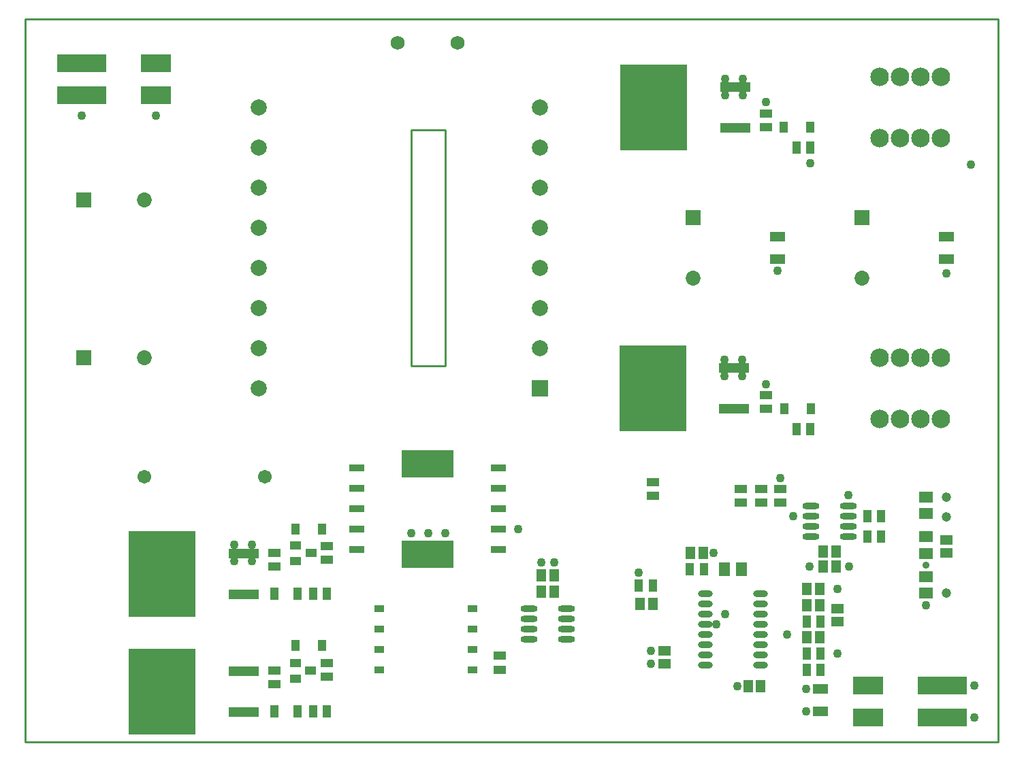
<source format=gts>
G04*
G04 #@! TF.GenerationSoftware,Altium Limited,Altium Designer,18.1.7 (191)*
G04*
G04 Layer_Color=8388736*
%FSLAX44Y44*%
%MOMM*%
G71*
G01*
G75*
%ADD14C,0.2540*%
%ADD38R,1.9032X1.1532*%
%ADD39O,1.8532X0.8032*%
%ADD40R,1.5032X1.0532*%
%ADD41R,1.1532X1.5532*%
%ADD42R,1.0532X1.5032*%
%ADD43R,1.1032X1.6032*%
%ADD44R,3.7032X1.1532*%
%ADD45R,8.4032X10.6532*%
%ADD46R,1.1132X1.4232*%
%ADD47R,1.3132X1.0032*%
%ADD48R,6.2032X2.2032*%
%ADD49R,3.7032X2.2032*%
%ADD50C,1.1938*%
%ADD51R,1.4532X1.7032*%
%ADD52R,1.7032X1.4532*%
%ADD53R,1.9832X0.9532*%
%ADD54R,6.5532X3.3732*%
%ADD55R,1.5532X1.1532*%
%ADD56R,1.1632X0.8632*%
%ADD57O,2.1032X0.8032*%
%ADD58C,1.8532*%
%ADD59R,1.8532X1.8532*%
%ADD60C,1.7272*%
%ADD61C,2.3032*%
%ADD62R,1.8532X1.8532*%
%ADD63R,2.0032X2.0032*%
%ADD64C,2.0032*%
%ADD65C,1.7032*%
%ADD66C,1.1032*%
%ADD67C,0.9032*%
D14*
X480000Y761900D02*
X521900D01*
X521900Y468100D02*
X521900Y761900D01*
X480000Y468100D02*
X521900D01*
X480000D02*
X480000Y761900D01*
X0Y0D02*
Y900000D01*
X1210000D01*
X1210000Y0D01*
X0D02*
X1210000D01*
D38*
X935000Y601000D02*
D03*
Y629000D02*
D03*
X988500Y38000D02*
D03*
Y66000D02*
D03*
X1145000Y601000D02*
D03*
Y629000D02*
D03*
D39*
X845500Y184450D02*
D03*
Y171750D02*
D03*
Y159050D02*
D03*
Y146350D02*
D03*
Y133650D02*
D03*
Y120950D02*
D03*
Y108250D02*
D03*
Y95550D02*
D03*
X914500Y184450D02*
D03*
Y171750D02*
D03*
Y159050D02*
D03*
Y146350D02*
D03*
Y133650D02*
D03*
Y120950D02*
D03*
Y108250D02*
D03*
Y95550D02*
D03*
D40*
X939000Y315000D02*
D03*
Y298000D02*
D03*
X915000D02*
D03*
Y315000D02*
D03*
X780000Y306500D02*
D03*
Y323500D02*
D03*
X921000Y782000D02*
D03*
Y765000D02*
D03*
Y431600D02*
D03*
Y414600D02*
D03*
X375000Y244000D02*
D03*
Y227000D02*
D03*
Y98500D02*
D03*
Y81500D02*
D03*
X310000Y235000D02*
D03*
Y218000D02*
D03*
Y88500D02*
D03*
Y71500D02*
D03*
X890000Y315000D02*
D03*
Y298000D02*
D03*
X590000Y107000D02*
D03*
Y90000D02*
D03*
D41*
X898500Y69000D02*
D03*
X914500D02*
D03*
X972000Y190000D02*
D03*
X988000D02*
D03*
X780000Y172000D02*
D03*
X764000D02*
D03*
X641500Y186950D02*
D03*
X657500D02*
D03*
X641500Y206950D02*
D03*
X657500D02*
D03*
X972000Y170000D02*
D03*
X988000D02*
D03*
X827000Y235000D02*
D03*
X843000D02*
D03*
X972000Y130000D02*
D03*
X988000D02*
D03*
X1008000Y237000D02*
D03*
X992000D02*
D03*
X1008000Y218000D02*
D03*
X992000D02*
D03*
D42*
X763000Y195000D02*
D03*
X780000D02*
D03*
X988500Y90000D02*
D03*
X971500D02*
D03*
X826500Y215000D02*
D03*
X843500D02*
D03*
X988500Y150000D02*
D03*
X971500D02*
D03*
X375000Y38002D02*
D03*
X358000D02*
D03*
X959000Y740000D02*
D03*
X976000D02*
D03*
X959000Y389600D02*
D03*
X976000D02*
D03*
X375000Y184450D02*
D03*
X358000D02*
D03*
X988500Y110000D02*
D03*
X971500D02*
D03*
X1064000Y281000D02*
D03*
X1047000D02*
D03*
X1064000Y255950D02*
D03*
X1047000D02*
D03*
D43*
X310000Y38000D02*
D03*
X338000D02*
D03*
X310000Y184450D02*
D03*
X338000D02*
D03*
D44*
X271500Y37300D02*
D03*
Y88100D02*
D03*
X882500Y764600D02*
D03*
Y815400D02*
D03*
X881500Y414600D02*
D03*
Y465400D02*
D03*
X271500Y183600D02*
D03*
Y234400D02*
D03*
D45*
X170000Y62700D02*
D03*
X781000Y790000D02*
D03*
X780000Y440000D02*
D03*
X170000Y209000D02*
D03*
D46*
X368700Y120000D02*
D03*
X336000D02*
D03*
X943300Y765000D02*
D03*
X976000D02*
D03*
X943800Y414600D02*
D03*
X976500D02*
D03*
X368800Y265000D02*
D03*
X336100D02*
D03*
D47*
X335550Y79000D02*
D03*
Y98000D02*
D03*
X354450Y88500D02*
D03*
X336100Y225500D02*
D03*
Y244500D02*
D03*
X355000Y235000D02*
D03*
D48*
X70000Y805000D02*
D03*
Y845000D02*
D03*
X1140000Y70000D02*
D03*
Y30000D02*
D03*
D49*
X162500Y845000D02*
D03*
Y805000D02*
D03*
X1047500Y30000D02*
D03*
Y70000D02*
D03*
D50*
X1145000Y305000D02*
D03*
Y280000D02*
D03*
Y185000D02*
D03*
D51*
X890500Y215000D02*
D03*
X869500D02*
D03*
D52*
X1120000Y284000D02*
D03*
Y305000D02*
D03*
Y234500D02*
D03*
Y255500D02*
D03*
Y185000D02*
D03*
Y206000D02*
D03*
D53*
X412250Y315400D02*
D03*
Y290000D02*
D03*
Y264600D02*
D03*
Y239200D02*
D03*
X587750Y315400D02*
D03*
Y290000D02*
D03*
Y264600D02*
D03*
Y239200D02*
D03*
Y340800D02*
D03*
X412250D02*
D03*
D54*
X500000Y233800D02*
D03*
Y346200D02*
D03*
D55*
X1145000Y251000D02*
D03*
Y235000D02*
D03*
X1010000Y150000D02*
D03*
Y166000D02*
D03*
X795000Y113000D02*
D03*
Y97000D02*
D03*
D56*
X556400Y90000D02*
D03*
Y115400D02*
D03*
Y140800D02*
D03*
Y166200D02*
D03*
X440000Y90000D02*
D03*
Y115400D02*
D03*
Y140800D02*
D03*
Y166200D02*
D03*
D57*
X626000Y166000D02*
D03*
Y153300D02*
D03*
Y140600D02*
D03*
Y127900D02*
D03*
X673000Y166000D02*
D03*
Y153300D02*
D03*
Y140600D02*
D03*
Y127900D02*
D03*
X1023500Y255950D02*
D03*
Y268650D02*
D03*
Y281350D02*
D03*
Y294050D02*
D03*
X976500Y255950D02*
D03*
Y268650D02*
D03*
Y281350D02*
D03*
Y294050D02*
D03*
D58*
X830000Y577500D02*
D03*
X147500Y478100D02*
D03*
X1040000Y577500D02*
D03*
X147500Y675000D02*
D03*
D59*
X830000Y652500D02*
D03*
X1040000D02*
D03*
D60*
X462500Y870000D02*
D03*
X537500D02*
D03*
D61*
X1138100Y751900D02*
D03*
X1112700D02*
D03*
X1087300D02*
D03*
X1061900D02*
D03*
X1138100Y828100D02*
D03*
X1112700D02*
D03*
X1087300D02*
D03*
X1061900D02*
D03*
X1138100Y401900D02*
D03*
X1112700D02*
D03*
X1087300D02*
D03*
X1061900D02*
D03*
X1138100Y478100D02*
D03*
X1112700D02*
D03*
X1087300D02*
D03*
X1061900D02*
D03*
D62*
X72500D02*
D03*
Y675000D02*
D03*
D63*
X640000Y440000D02*
D03*
D64*
Y490000D02*
D03*
Y540000D02*
D03*
Y590000D02*
D03*
Y640000D02*
D03*
Y690000D02*
D03*
Y740000D02*
D03*
Y790000D02*
D03*
X290000D02*
D03*
Y740000D02*
D03*
Y690000D02*
D03*
Y640000D02*
D03*
Y590000D02*
D03*
Y540000D02*
D03*
Y490000D02*
D03*
Y440000D02*
D03*
D65*
X298000Y330000D02*
D03*
X148000D02*
D03*
D66*
X971000Y38000D02*
D03*
X1120000Y170000D02*
D03*
X1176000Y719000D02*
D03*
X976000Y720000D02*
D03*
X778000Y97000D02*
D03*
Y113000D02*
D03*
X641500Y223000D02*
D03*
X1024500Y218000D02*
D03*
X975000D02*
D03*
X1180000Y30000D02*
D03*
Y70000D02*
D03*
X1010000Y110000D02*
D03*
Y190000D02*
D03*
X939000Y328250D02*
D03*
X971000Y66000D02*
D03*
X885500Y69000D02*
D03*
X657500Y223000D02*
D03*
X613000Y264600D02*
D03*
X763000Y210750D02*
D03*
X856000Y235000D02*
D03*
X921000Y445400D02*
D03*
Y796600D02*
D03*
X869400Y475400D02*
D03*
X891170D02*
D03*
Y455400D02*
D03*
X869400D02*
D03*
X870400Y825400D02*
D03*
X892170D02*
D03*
Y805400D02*
D03*
X870400D02*
D03*
X260000Y225000D02*
D03*
X281770D02*
D03*
Y245000D02*
D03*
X260000D02*
D03*
X521900Y260000D02*
D03*
X501000D02*
D03*
X480000D02*
D03*
X70000Y780000D02*
D03*
X162500D02*
D03*
X1145000Y582942D02*
D03*
X935000Y586925D02*
D03*
X870000Y159050D02*
D03*
X858740Y146350D02*
D03*
X955000Y281350D02*
D03*
X947000Y133650D02*
D03*
X1023500Y307000D02*
D03*
D67*
X1120000Y220250D02*
D03*
M02*

</source>
